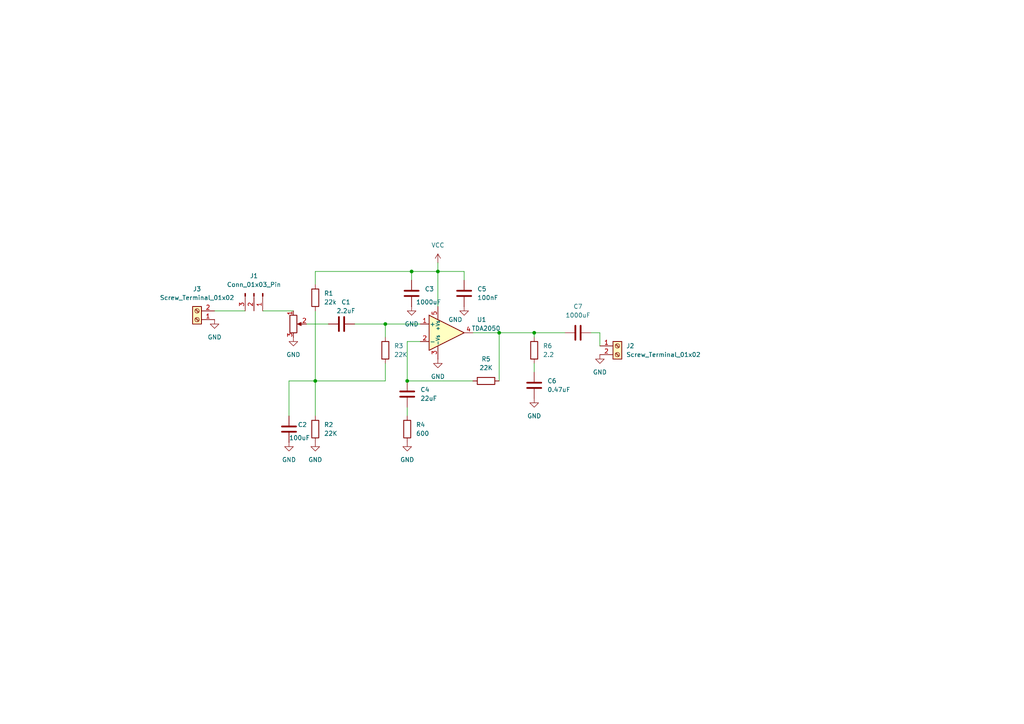
<source format=kicad_sch>
(kicad_sch (version 20250114) (generator "eeschema") (generator_version "9.0")
  (paper "A4")
  (lib_symbols
    (symbol "Amplifier_Audio:TDA2050" (pin_names (offset 0.127))
      (property "Reference" "U" (at 3.81 6.35 0))
      (property "Value" "TDA2050" (at 3.81 3.81 0))
      (symbol "TDA2050_0_1"
        (polyline (pts (xy -5.08 5.08) (xy 5.08 0) (xy -5.08 -5.08) (xy -5.08 5.08)) (stroke (width 0.254)) (fill (type background)))
      )
      (symbol "TDA2050_1_1"
        (pin input line (at -7.62 2.54 0) (length 2.54) (name "+") (number "1"))
        (pin input line (at -7.62 -2.54 0) (length 2.54) (name "-") (number "2"))
        (pin power_in line (at -2.54 7.62 270) (length 3.81) (name "+Vs") (number "5"))
        (pin power_in line (at -2.54 -7.62 90) (length 3.81) (name "-Vs") (number "3"))
        (pin output line (at 7.62 0 180) (length 2.54) (name "~") (number "4"))
      )
    )
    (symbol "Connector:Conn_01x03_Pin" (pin_names (offset 1.016) (hide yes))
      (property "Reference" "J" (at 0 5.08 0))
      (property "Value" "Conn_01x03_Pin" (at 0 -5.08 0))
      (symbol "Conn_01x03_Pin_1_1"
        (rectangle (start 0.8636 2.667) (end 0 2.413) (stroke (width 0.1524)) (fill (type outline)))
        (rectangle (start 0.8636 0.127) (end 0 -0.127) (stroke (width 0.1524)) (fill (type outline)))
        (rectangle (start 0.8636 -2.413) (end 0 -2.667) (stroke (width 0.1524)) (fill (type outline)))
        (polyline (pts (xy 1.27 2.54) (xy 0.8636 2.54)) (stroke (width 0.1524)))
        (polyline (pts (xy 1.27 0) (xy 0.8636 0)) (stroke (width 0.1524)))
        (polyline (pts (xy 1.27 -2.54) (xy 0.8636 -2.54)) (stroke (width 0.1524)))
        (pin passive line (at 5.08 2.54 180) (length 3.81) (name "Pin_1") (number "1"))
        (pin passive line (at 5.08 0 180) (length 3.81) (name "Pin_2") (number "2"))
        (pin passive line (at 5.08 -2.54 180) (length 3.81) (name "Pin_3") (number "3"))
      )
    )
    (symbol "Connector:Screw_Terminal_01x02" (pin_names (offset 1.016) (hide yes))
      (property "Reference" "J" (at 0 2.54 0))
      (property "Value" "Screw_Terminal_01x02" (at 0 -5.08 0))
      (symbol "Screw_Terminal_01x02_1_1"
        (rectangle (start -1.27 1.27) (end 1.27 -3.81) (stroke (width 0.254)) (fill (type background)))
        (polyline (pts (xy -0.5334 0.3302) (xy 0.3302 -0.508)) (stroke (width 0.1524)))
        (polyline (pts (xy -0.5334 -2.2098) (xy 0.3302 -3.048)) (stroke (width 0.1524)))
        (polyline (pts (xy -0.3556 0.508) (xy 0.508 -0.3302)) (stroke (width 0.1524)))
        (polyline (pts (xy -0.3556 -2.032) (xy 0.508 -2.8702)) (stroke (width 0.1524)))
        (circle (center 0 0) (radius 0.635) (stroke (width 0.1524)))
        (circle (center 0 -2.54) (radius 0.635) (stroke (width 0.1524)))
        (pin passive line (at -5.08 0 0) (length 3.81) (name "Pin_1") (number "1"))
        (pin passive line (at -5.08 -2.54 0) (length 3.81) (name "Pin_2") (number "2"))
      )
    )
    (symbol "Device:C" (pin_numbers (hide yes)) (pin_names (offset 0.254))
      (property "Reference" "C" (at 0.635 2.54 0))
      (property "Value" "C" (at 0.635 -2.54 0))
      (symbol "C_0_1"
        (polyline (pts (xy -2.032 0.762) (xy 2.032 0.762)) (stroke (width 0.508)))
        (polyline (pts (xy -2.032 -0.762) (xy 2.032 -0.762)) (stroke (width 0.508)))
      )
      (symbol "C_1_1"
        (pin passive line (at 0 3.81 270) (length 2.794) (name "~") (number "1"))
        (pin passive line (at 0 -3.81 90) (length 2.794) (name "~") (number "2"))
      )
    )
    (symbol "Device:R" (pin_numbers (hide yes)) (pin_names (offset 0))
      (property "Reference" "R" (at 2.032 0 90))
      (property "Value" "R" (at 0 0 90))
      (symbol "R_0_1"
        (rectangle (start -1.016 -2.54) (end 1.016 2.54) (stroke (width 0.254)))
      )
      (symbol "R_1_1"
        (pin passive line (at 0 3.81 270) (length 1.27) (name "~") (number "1"))
        (pin passive line (at 0 -3.81 90) (length 1.27) (name "~") (number "2"))
      )
    )
    (symbol "Device:R_Potentiometer" (pin_names (offset 1.016) (hide yes))
      (property "Reference" "RV" (at -4.445 0 90))
      (property "Value" "R_Potentiometer" (at -2.54 0 90))
      (symbol "R_Potentiometer_0_1"
        (rectangle (start 1.016 2.54) (end -1.016 -2.54) (stroke (width 0.254)))
        (polyline (pts (xy 1.143 0) (xy 2.286 0.508) (xy 2.286 -0.508) (xy 1.143 0)) (fill (type outline)))
        (polyline (pts (xy 2.54 0) (xy 1.524 0)))
      )
      (symbol "R_Potentiometer_1_1"
        (pin passive line (at 0 3.81 270) (length 1.27) (name "1") (number "1"))
        (pin passive line (at 0 -3.81 90) (length 1.27) (name "3") (number "3"))
        (pin passive line (at 3.81 0 180) (length 1.27) (name "2") (number "2"))
      )
    )
    (symbol "power:GND" (power) (pin_numbers (hide yes)) (pin_names (offset 0) (hide yes))
      (property "Value" "GND" (at 0 -3.81 0))
      (symbol "GND_0_1"
        (polyline (pts (xy 0 0) (xy 0 -1.27) (xy 1.27 -1.27) (xy 0 -2.54) (xy -1.27 -1.27) (xy 0 -1.27)))
      )
      (symbol "GND_1_1"
        (pin power_in line (at 0 0 270) (length 0) (name "~") (number "1"))
      )
    )
    (symbol "power:VCC" (power) (pin_numbers (hide yes)) (pin_names (offset 0) (hide yes))
      (property "Value" "VCC" (at 0 3.556 0))
      (symbol "VCC_0_1"
        (polyline (pts (xy -0.762 1.27) (xy 0 2.54)))
        (polyline (pts (xy 0 2.54) (xy 0.762 1.27)))
        (polyline (pts (xy 0 0) (xy 0 2.54)))
      )
      (symbol "VCC_1_1"
        (pin power_in line (at 0 0 90) (length 0) (name "~") (number "1"))
      )
    )
  )
  (junction (at 154.94 96.52))
  (junction (at 111.76 93.98))
  (junction (at 91.44 110.49))
  (junction (at 144.78 96.52))
  (junction (at 118.11 110.49))
  (junction (at 127 78.74))
  (junction (at 119.38 78.74))
  (wire (pts (xy 88.9 93.98) (xy 95.25 93.98)))
  (wire (pts (xy 154.94 105.41) (xy 154.94 107.95)))
  (wire (pts (xy 91.44 78.74) (xy 119.38 78.74)))
  (wire (pts (xy 111.76 105.41) (xy 111.76 110.49)))
  (wire (pts (xy 137.16 96.52) (xy 144.78 96.52)))
  (wire (pts (xy 111.76 97.79) (xy 111.76 93.98)))
  (wire (pts (xy 144.78 96.52) (xy 154.94 96.52)))
  (wire (pts (xy 154.94 96.52) (xy 154.94 97.79)))
  (wire (pts (xy 144.78 96.52) (xy 144.78 110.49)))
  (wire (pts (xy 127 78.74) (xy 134.62 78.74)))
  (wire (pts (xy 91.44 110.49) (xy 91.44 120.65)))
  (wire (pts (xy 118.11 110.49) (xy 137.16 110.49)))
  (wire (pts (xy 118.11 110.49) (xy 118.11 99.06)))
  (wire (pts (xy 83.82 110.49) (xy 91.44 110.49)))
  (wire (pts (xy 62.23 90.17) (xy 71.12 90.17)))
  (wire (pts (xy 102.87 93.98) (xy 111.76 93.98)))
  (wire (pts (xy 111.76 110.49) (xy 91.44 110.49)))
  (wire (pts (xy 76.2 90.17) (xy 85.09 90.17)))
  (wire (pts (xy 111.76 93.98) (xy 121.92 93.98)))
  (wire (pts (xy 134.62 78.74) (xy 134.62 81.28)))
  (wire (pts (xy 91.44 78.74) (xy 91.44 82.55)))
  (wire (pts (xy 91.44 90.17) (xy 91.44 110.49)))
  (wire (pts (xy 119.38 78.74) (xy 119.38 81.28)))
  (wire (pts (xy 171.45 96.52) (xy 173.99 96.52)))
  (wire (pts (xy 127 76.2) (xy 127 78.74)))
  (wire (pts (xy 119.38 78.74) (xy 127 78.74)))
  (wire (pts (xy 154.94 96.52) (xy 163.83 96.52)))
  (wire (pts (xy 83.82 120.65) (xy 83.82 110.49)))
  (wire (pts (xy 127 78.74) (xy 127 88.9)))
  (wire (pts (xy 118.11 120.65) (xy 118.11 118.11)))
  (wire (pts (xy 173.99 96.52) (xy 173.99 100.33)))
  (wire (pts (xy 118.11 99.06) (xy 121.92 99.06)))
  (symbol (lib_id "Device:R") (at 91.44 124.46 0) (unit 1)
    (property "Reference" "R2" (at 93.98 123.1899 0) (effects (justify left)))
    (property "Value" "22K" (at 93.98 125.7299 0) (effects (justify left)))
    (property "Footprint" "Resistor_THT:R_Axial_DIN0204_L3.6mm_D1.6mm_P7.62mm_Horizontal" (effects (hide yes)))
    (property "Description" "Resistor" (effects (hide yes)))
  )
  (symbol (lib_id "Device:C") (at 154.94 111.76 0) (unit 1)
    (property "Reference" "C6" (at 158.75 110.4899 0) (effects (justify left)))
    (property "Value" "0.47uF" (at 158.75 113.0299 0) (effects (justify left)))
    (property "Footprint" "Capacitor_THT:C_Disc_D3.0mm_W1.6mm_P2.50mm" (effects (hide yes)))
    (property "Description" "Unpolarized capacitor" (effects (hide yes)))
  )
  (symbol (lib_id "Device:C") (at 134.62 85.09 0) (unit 1)
    (property "Reference" "C5" (at 138.43 83.8199 0) (effects (justify left)))
    (property "Value" "100nF" (at 138.43 86.3599 0) (effects (justify left)))
    (property "Footprint" "Capacitor_THT:C_Disc_D3.0mm_W1.6mm_P2.50mm" (effects (hide yes)))
    (property "Description" "Unpolarized capacitor" (effects (hide yes)))
  )
  (symbol (lib_id "Connector:Screw_Terminal_01x02") (at 179.07 100.33 0) (unit 1)
    (property "Reference" "J2" (at 181.61 100.3299 0) (effects (justify left)))
    (property "Value" "Screw_Terminal_01x02" (at 181.61 102.8699 0) (effects (justify left)))
    (property "Footprint" "TerminalBlock:TerminalBlock_Xinya_XY308-2.54-2P_1x02_P2.54mm_Horizontal" (effects (hide yes)))
    (property "Description" "Generic screw terminal, single row, 01x02, script generated (kicad-library-utils/schlib/autogen/connector/)" (effects (hide yes)))
  )
  (symbol (lib_id "Device:R") (at 111.76 101.6 0) (unit 1)
    (property "Reference" "R3" (at 114.3 100.3299 0) (effects (justify left)))
    (property "Value" "22K" (at 114.3 102.8699 0) (effects (justify left)))
    (property "Footprint" "Resistor_THT:R_Axial_DIN0204_L3.6mm_D1.6mm_P7.62mm_Horizontal" (effects (hide yes)))
    (property "Description" "Resistor" (effects (hide yes)))
  )
  (symbol (lib_id "power:GND") (at 62.23 92.71 0) (unit 1)
    (property "Reference" "#PWR010" (effects (hide yes)))
    (property "Value" "GND" (at 62.23 97.79 0))
    (property "Description" "Power symbol creates a global label with name \"GND\" , ground" (effects (hide yes)))
  )
  (symbol (lib_id "power:GND") (at 119.38 88.9 0) (unit 1)
    (property "Reference" "#PWR03" (effects (hide yes)))
    (property "Value" "GND" (at 119.38 93.98 0))
    (property "Description" "Power symbol creates a global label with name \"GND\" , ground" (effects (hide yes)))
  )
  (symbol (lib_id "Device:R_Potentiometer") (at 85.09 93.98 0) (unit 1)
    (property "Reference" "RV1" (effects (hide yes)))
    (property "Value" "R_Potentiometer" (effects (hide yes)))
    (property "Footprint" "Potentiometer_THT:Potentiometer_Piher_PC-16_Single_Horizontal" (effects (hide yes)))
    (property "Description" "Potentiometer" (effects (hide yes)))
  )
  (symbol (lib_id "Device:C") (at 119.38 85.09 0) (unit 1)
    (property "Reference" "C3" (at 123.19 83.8199 0) (effects (justify left)))
    (property "Value" "1000uF" (at 120.65 87.63 0) (effects (justify left)))
    (property "Footprint" "Capacitor_THT:C_Disc_D3.0mm_W1.6mm_P2.50mm" (effects (hide yes)))
    (property "Description" "Unpolarized capacitor" (effects (hide yes)))
  )
  (symbol (lib_id "Device:C") (at 118.11 114.3 0) (unit 1)
    (property "Reference" "C4" (at 121.92 113.0299 0) (effects (justify left)))
    (property "Value" "22uF" (at 121.92 115.5699 0) (effects (justify left)))
    (property "Footprint" "Capacitor_THT:C_Disc_D3.0mm_W1.6mm_P2.50mm" (effects (hide yes)))
    (property "Description" "Unpolarized capacitor" (effects (hide yes)))
  )
  (symbol (lib_id "power:GND") (at 134.62 88.9 0) (unit 1)
    (property "Reference" "#PWR02" (effects (hide yes)))
    (property "Value" "GND" (at 132.08 92.71 0))
    (property "Description" "Power symbol creates a global label with name \"GND\" , ground" (effects (hide yes)))
  )
  (symbol (lib_id "power:GND") (at 154.94 115.57 0) (unit 1)
    (property "Reference" "#PWR04" (effects (hide yes)))
    (property "Value" "GND" (at 154.94 120.65 0))
    (property "Description" "Power symbol creates a global label with name \"GND\" , ground" (effects (hide yes)))
  )
  (symbol (lib_id "Device:C") (at 167.64 96.52 90) (unit 1)
    (property "Reference" "C7" (at 167.64 88.9 90))
    (property "Value" "1000uF" (at 167.64 91.44 90))
    (property "Footprint" "Capacitor_THT:C_Disc_D3.0mm_W1.6mm_P2.50mm" (effects (hide yes)))
    (property "Description" "Unpolarized capacitor" (effects (hide yes)))
  )
  (symbol (lib_id "Device:R") (at 91.44 86.36 0) (unit 1)
    (property "Reference" "R1" (at 93.98 85.0899 0) (effects (justify left)))
    (property "Value" "22k" (at 93.98 87.6299 0) (effects (justify left)))
    (property "Footprint" "Resistor_THT:R_Axial_DIN0204_L3.6mm_D1.6mm_P7.62mm_Horizontal" (effects (hide yes)))
    (property "Description" "Resistor" (effects (hide yes)))
  )
  (symbol (lib_id "Connector:Screw_Terminal_01x02") (at 57.15 92.71 180) (unit 1)
    (property "Reference" "J3" (at 57.15 83.82 0))
    (property "Value" "Screw_Terminal_01x02" (at 57.15 86.36 0))
    (property "Footprint" "TerminalBlock:TerminalBlock_Xinya_XY308-2.54-2P_1x02_P2.54mm_Horizontal" (effects (hide yes)))
    (property "Description" "Generic screw terminal, single row, 01x02, script generated (kicad-library-utils/schlib/autogen/connector/)" (effects (hide yes)))
  )
  (symbol (lib_id "Device:R") (at 140.97 110.49 90) (unit 1)
    (property "Reference" "R5" (at 140.97 104.14 90))
    (property "Value" "22K" (at 140.97 106.68 90))
    (property "Footprint" "Resistor_THT:R_Axial_DIN0204_L3.6mm_D1.6mm_P7.62mm_Horizontal" (effects (hide yes)))
    (property "Description" "Resistor" (effects (hide yes)))
  )
  (symbol (lib_id "Device:C") (at 83.82 124.46 0) (unit 1)
    (property "Reference" "C2" (at 86.36 123.19 0) (effects (justify left)))
    (property "Value" "100uF" (at 83.82 127 0) (effects (justify left)))
    (property "Footprint" "Capacitor_THT:C_Disc_D3.0mm_W1.6mm_P2.50mm" (effects (hide yes)))
    (property "Description" "Unpolarized capacitor" (effects (hide yes)))
  )
  (symbol (lib_id "Device:R") (at 154.94 101.6 0) (unit 1)
    (property "Reference" "R6" (at 157.48 100.3299 0) (effects (justify left)))
    (property "Value" "2.2" (at 157.48 102.8699 0) (effects (justify left)))
    (property "Footprint" "Resistor_THT:R_Axial_DIN0204_L3.6mm_D1.6mm_P7.62mm_Horizontal" (effects (hide yes)))
    (property "Description" "Resistor" (effects (hide yes)))
  )
  (symbol (lib_id "Device:R") (at 118.11 124.46 0) (unit 1)
    (property "Reference" "R4" (at 120.65 123.1899 0) (effects (justify left)))
    (property "Value" "600" (at 120.65 125.7299 0) (effects (justify left)))
    (property "Footprint" "Resistor_THT:R_Axial_DIN0204_L3.6mm_D1.6mm_P7.62mm_Horizontal" (effects (hide yes)))
    (property "Description" "Resistor" (effects (hide yes)))
  )
  (symbol (lib_id "power:GND") (at 85.09 97.79 0) (unit 1)
    (property "Reference" "#PWR011" (effects (hide yes)))
    (property "Value" "GND" (at 85.09 102.87 0))
    (property "Description" "Power symbol creates a global label with name \"GND\" , ground" (effects (hide yes)))
  )
  (symbol (lib_id "power:VCC") (at 127 76.2 0) (unit 1)
    (property "Reference" "#PWR09" (effects (hide yes)))
    (property "Value" "VCC" (at 127 71.12 0))
    (property "Description" "Power symbol creates a global label with name \"VCC\"" (effects (hide yes)))
  )
  (symbol (lib_id "power:GND") (at 91.44 128.27 0) (unit 1)
    (property "Reference" "#PWR07" (effects (hide yes)))
    (property "Value" "GND" (at 91.44 133.35 0))
    (property "Description" "Power symbol creates a global label with name \"GND\" , ground" (effects (hide yes)))
  )
  (symbol (lib_id "power:GND") (at 83.82 128.27 0) (unit 1)
    (property "Reference" "#PWR08" (effects (hide yes)))
    (property "Value" "GND" (at 83.82 133.35 0))
    (property "Description" "Power symbol creates a global label with name \"GND\" , ground" (effects (hide yes)))
  )
  (symbol (lib_id "power:GND") (at 173.99 102.87 0) (unit 1)
    (property "Reference" "#PWR05" (effects (hide yes)))
    (property "Value" "GND" (at 173.99 107.95 0))
    (property "Description" "Power symbol creates a global label with name \"GND\" , ground" (effects (hide yes)))
  )
  (symbol (lib_id "power:GND") (at 127 104.14 0) (unit 1)
    (property "Reference" "#PWR01" (effects (hide yes)))
    (property "Value" "GND" (at 127 109.22 0))
    (property "Description" "Power symbol creates a global label with name \"GND\" , ground" (effects (hide yes)))
  )
  (symbol (lib_id "Amplifier_Audio:TDA2050") (at 129.54 96.52 0) (unit 1)
    (property "Reference" "U1" (at 139.7 92.71 0))
    (property "Value" "TDA2050" (at 140.97 95.25 0))
    (property "Footprint" "Package_TO_SOT_THT:TO-220-5_P3.4x3.7mm_StaggerOdd_Lead3.8mm_Vertical" (effects (hide yes)))
    (property "Datasheet" "http://www.st.com/resource/en/datasheet/cd00000131.pdf" (effects (hide yes)))
    (property "Description" "32W Hi-Fi Audio Amplifier, TO-220-5" (effects (hide yes)))
  )
  (symbol (lib_id "power:GND") (at 118.11 128.27 0) (unit 1)
    (property "Reference" "#PWR06" (effects (hide yes)))
    (property "Value" "GND" (at 118.11 133.35 0))
    (property "Description" "Power symbol creates a global label with name \"GND\" , ground" (effects (hide yes)))
  )
  (symbol (lib_id "Connector:Conn_01x03_Pin") (at 73.66 85.09 270) (unit 1)
    (property "Reference" "J1" (at 73.66 80.01 90))
    (property "Value" "Conn_01x03_Pin" (at 73.66 82.55 90))
    (property "Description" "Generic connector, single row, 01x03, script generated" (effects (hide yes)))
  )
  (symbol (lib_id "Device:C") (at 99.06 93.98 90) (unit 1)
    (property "Reference" "C1" (at 100.33 87.63 90))
    (property "Value" "2.2uF" (at 100.33 90.17 90))
    (property "Footprint" "Capacitor_THT:C_Disc_D3.0mm_W1.6mm_P2.50mm" (effects (hide yes)))
    (property "Description" "Unpolarized capacitor" (effects (hide yes)))
  )
)
</source>
